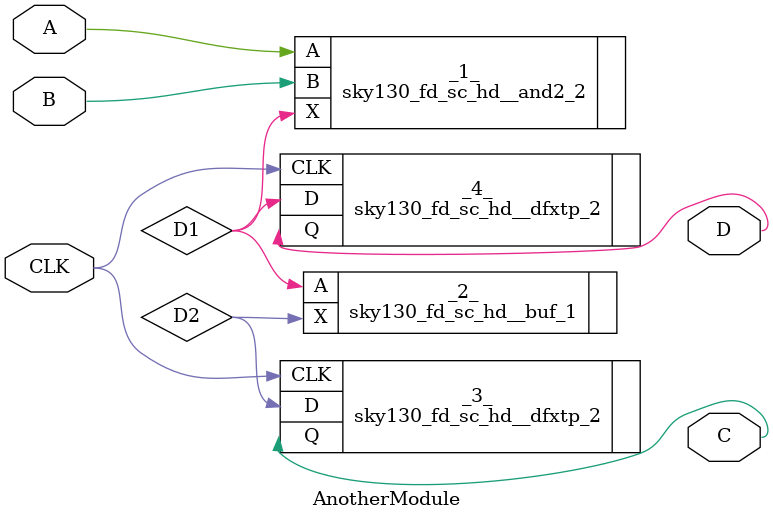
<source format=v>
module AnotherModule(A, B, CLK, C, D);
    input A;
    input B;
    input CLK;
    output C;
    output D;
    wire CLK;
    wire D1;
    wire D2;

    sky130_fd_sc_hd__and2_2 _1_ (
        .A(A),
        .B(B),
        .X(D1)
    );

    sky130_fd_sc_hd__buf_1 _2_ (
        .A(D1),
        .X(D2)
    );

    sky130_fd_sc_hd__dfxtp_2 _3_ (
        .CLK(CLK),
        .D(D2),
        .Q(C)
    );

    sky130_fd_sc_hd__dfxtp_2 _4_ (
        .CLK(CLK),
        .D(D1),
        .Q(D)
    );
endmodule

</source>
